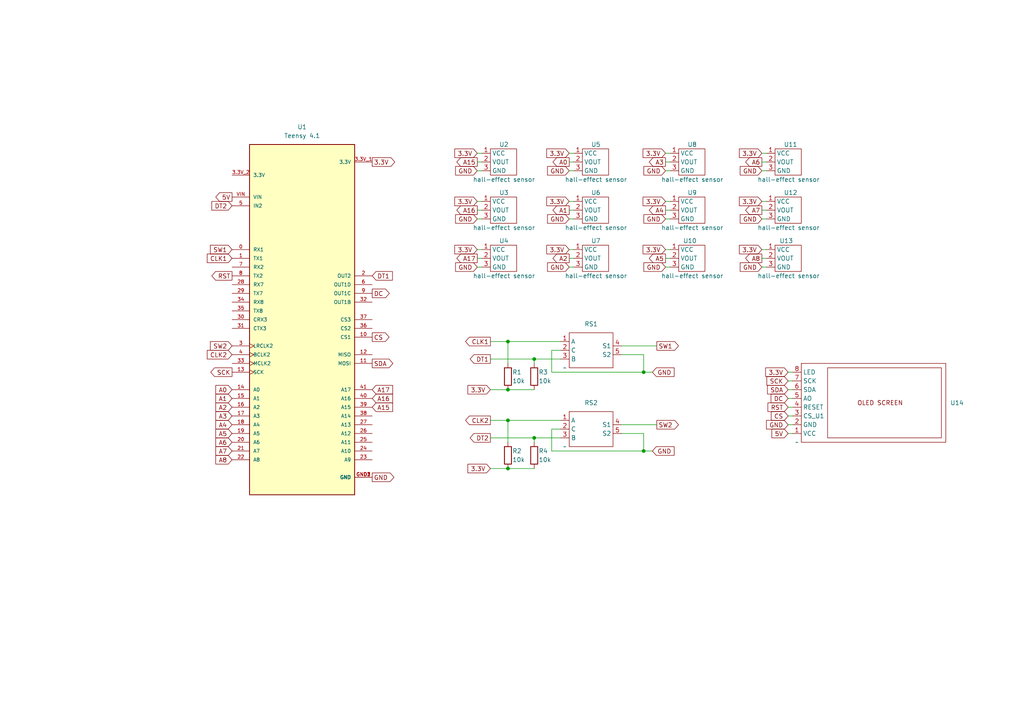
<source format=kicad_sch>
(kicad_sch (version 20230121) (generator eeschema)
  (paper "A4")
  (title_block (title "Analog Macropad") (rev "v01"))
  (lib_symbols
    (symbol "Device:R" (pin_numbers hide) (pin_names (offset 0))
      (property "Reference" "R" (at 2.032 0 90))
      (property "Value" "R" (at 0 0 90))
      (symbol "R_0_1"
        (rectangle (start -1.016 -2.54) (end 1.016 2.54) (stroke (width 0.254)))
      )
      (symbol "R_1_1"
        (pin passive line (at 0 3.81 270) (length 1.27) (name "~") (number "1"))
        (pin passive line (at 0 -3.81 90) (length 1.27) (name "~") (number "2"))
      )
    )
    (symbol "analalog-macropad:Rotary_Encoder"
      (property "Reference" "RS" (at -5.08 6.35 0))
      (symbol "Rotary_Encoder_0_1"
        (rectangle (start -6.35 5.08) (end 6.35 -5.08))
      )
      (symbol "Rotary_Encoder_1_1"
        (pin input line (at -8.89 2.54 0) (length 2.54) (name "A") (number "1"))
        (pin input line (at -8.89 0 0) (length 2.54) (name "C") (number "2"))
        (pin input line (at -8.89 -2.54 0) (length 2.54) (name "B") (number "3"))
        (pin input line (at 8.89 1.27 180) (length 2.54) (name "S1") (number "4"))
        (pin input line (at 8.89 -1.27 180) (length 2.54) (name "S2") (number "5"))
      )
    )
    (symbol "analalog-macropad:ST7735"
      (property "Reference" "U" (at -21.59 12.7 0))
      (symbol "ST7735_0_1"
        (rectangle (start -22.86 11.43) (end -22.86 11.43))
        (rectangle (start -22.86 11.43) (end 19.05 -11.43))
        (rectangle (start -15.24 10.16) (end 17.78 -10.16))
      )
      (symbol "ST7735_1_1"
        (text "OLED SCREEN" (at 0 0 0) (effects (font (size 1.27 1.27))))
        (pin input line (at -25.4 -8.89 0) (length 2.54) (name "VCC") (number "1"))
        (pin input line (at -25.4 -6.35 0) (length 2.54) (name "GND") (number "2"))
        (pin input line (at -25.4 -3.81 0) (length 2.54) (name "CS_U1") (number "3"))
        (pin input line (at -25.4 -1.27 0) (length 2.54) (name "RESET") (number "4"))
        (pin input line (at -25.4 1.27 0) (length 2.54) (name "AO") (number "5"))
        (pin input line (at -25.4 3.81 0) (length 2.54) (name "SDA") (number "6"))
        (pin input line (at -25.4 6.35 0) (length 2.54) (name "SCK") (number "7"))
        (pin input line (at -25.4 8.89 0) (length 2.54) (name "LED") (number "8"))
      )
    )
    (symbol "analalog-macropad:Teensy 4.1" (pin_names (offset 1.016))
      (property "Reference" "U" (at -15.24 52.07 0))
      (property "Value" "Teensy 4.1" (at -15.24 -53.34 0))
      (symbol "Teensy 4.1_0_0"
        (rectangle (start -15.24 50.8) (end 15.24 -50.8) (stroke (width 0.254)) (fill (type background)))
        (pin bidirectional line (at -20.32 20.32 0) (length 5.08) (name "RX1") (number "0"))
        (pin bidirectional line (at -20.32 17.78 0) (length 5.08) (name "TX1") (number "1"))
        (pin bidirectional line (at 20.32 -5.08 180) (length 5.08) (name "CS1") (number "10"))
        (pin bidirectional line (at 20.32 -12.7 180) (length 5.08) (name "MOSI") (number "11"))
        (pin bidirectional line (at 20.32 -10.16 180) (length 5.08) (name "MISO") (number "12"))
        (pin bidirectional clock (at -20.32 -15.24 0) (length 5.08) (name "SCK") (number "13"))
        (pin bidirectional line (at -20.32 -20.32 0) (length 5.08) (name "A0") (number "14"))
        (pin bidirectional line (at -20.32 -22.86 0) (length 5.08) (name "A1") (number "15"))
        (pin bidirectional line (at -20.32 -25.4 0) (length 5.08) (name "A2") (number "16"))
        (pin bidirectional line (at -20.32 -27.94 0) (length 5.08) (name "A3") (number "17"))
        (pin bidirectional line (at -20.32 -30.48 0) (length 5.08) (name "A4") (number "18"))
        (pin bidirectional line (at -20.32 -33.02 0) (length 5.08) (name "A5") (number "19"))
        (pin output line (at 20.32 12.7 180) (length 5.08) (name "OUT2") (number "2"))
        (pin bidirectional line (at -20.32 -35.56 0) (length 5.08) (name "A6") (number "20"))
        (pin bidirectional line (at -20.32 -38.1 0) (length 5.08) (name "A7") (number "21"))
        (pin bidirectional line (at -20.32 -40.64 0) (length 5.08) (name "A8") (number "22"))
        (pin bidirectional line (at 20.32 -40.64 180) (length 5.08) (name "A9") (number "23"))
        (pin bidirectional line (at 20.32 -38.1 180) (length 5.08) (name "A10") (number "24"))
        (pin bidirectional line (at 20.32 -35.56 180) (length 5.08) (name "A11") (number "25"))
        (pin bidirectional line (at 20.32 -33.02 180) (length 5.08) (name "A12") (number "26"))
        (pin bidirectional line (at 20.32 -30.48 180) (length 5.08) (name "A13") (number "27"))
        (pin bidirectional line (at -20.32 10.16 0) (length 5.08) (name "RX7") (number "28"))
        (pin bidirectional line (at -20.32 7.62 0) (length 5.08) (name "TX7") (number "29"))
        (pin bidirectional clock (at -20.32 -7.62 0) (length 5.08) (name "LRCLK2") (number "3"))
        (pin power_in line (at 20.32 45.72 180) (length 5.08) (name "3.3V") (number "3.3V_1"))
        (pin power_in line (at -20.32 41.91 0) (length 5.08) (name "3.3V") (number "3.3V_2"))
        (pin bidirectional line (at -20.32 0 0) (length 5.08) (name "CRX3") (number "30"))
        (pin bidirectional line (at -20.32 -2.54 0) (length 5.08) (name "CTX3") (number "31"))
        (pin output line (at 20.32 5.08 180) (length 5.08) (name "OUT1B") (number "32"))
        (pin bidirectional clock (at -20.32 -12.7 0) (length 5.08) (name "MCLK2") (number "33"))
        (pin bidirectional line (at -20.32 5.08 0) (length 5.08) (name "RX8") (number "34"))
        (pin bidirectional line (at -20.32 2.54 0) (length 5.08) (name "TX8") (number "35"))
        (pin bidirectional line (at 20.32 -2.54 180) (length 5.08) (name "CS2") (number "36"))
        (pin bidirectional line (at 20.32 0 180) (length 5.08) (name "CS3") (number "37"))
        (pin bidirectional line (at 20.32 -27.94 180) (length 5.08) (name "A14") (number "38"))
        (pin bidirectional line (at 20.32 -25.4 180) (length 5.08) (name "A15") (number "39"))
        (pin bidirectional clock (at -20.32 -10.16 0) (length 5.08) (name "BCLK2") (number "4"))
        (pin bidirectional line (at 20.32 -22.86 180) (length 5.08) (name "A16") (number "40"))
        (pin bidirectional line (at 20.32 -20.32 180) (length 5.08) (name "A17") (number "41"))
        (pin bidirectional line (at -20.32 33.02 0) (length 5.08) (name "IN2") (number "5"))
        (pin output line (at 20.32 10.16 180) (length 5.08) (name "OUT1D") (number "6"))
        (pin bidirectional line (at -20.32 15.24 0) (length 5.08) (name "RX2") (number "7"))
        (pin bidirectional line (at -20.32 12.7 0) (length 5.08) (name "TX2") (number "8"))
        (pin output line (at 20.32 7.62 180) (length 5.08) (name "OUT1C") (number "9"))
        (pin power_in line (at 20.32 -45.72 180) (length 5.08) (name "GND") (number "GND1"))
        (pin power_in line (at 20.32 -45.72 180) (length 5.08) (name "GND") (number "GND2"))
        (pin power_in line (at 20.32 -45.72 180) (length 5.08) (name "GND") (number "GND3"))
        (pin input line (at -20.32 35.56 0) (length 5.08) (name "VIN") (number "VIN"))
      )
    )
    (symbol "analalog-macropad:hall-effect sensor"
      (property "Reference" "U" (at -2.54 5.08 0))
      (property "Value" "hall-effect sensor" (at -5.08 -1.27 0))
      (symbol "hall-effect sensor_0_1"
        (rectangle (start -3.81 3.81) (end 3.81 -3.81))
      )
      (symbol "hall-effect sensor_1_1"
        (pin input line (at -6.35 2.54 0) (length 2.54) (name "VCC") (number "1"))
        (pin input line (at -6.35 0 0) (length 2.54) (name "VOUT") (number "2"))
        (pin input line (at -6.35 -2.54 0) (length 2.54) (name "GND") (number "3"))
      )
    )
  )
  (junction (at 147.32 113.03))
  (junction (at 154.94 104.14))
  (junction (at 186.69 130.81))
  (junction (at 147.32 121.92))
  (junction (at 186.69 107.95))
  (junction (at 147.32 99.06))
  (junction (at 154.94 127))
  (junction (at 147.32 135.89))
  (wire (pts (xy 186.69 125.73) (xy 186.69 130.81)))
  (wire (pts (xy 193.04 49.53) (xy 194.31 49.53)))
  (wire (pts (xy 193.04 77.47) (xy 194.31 77.47)))
  (wire (pts (xy 189.23 107.95) (xy 186.69 107.95)))
  (wire (pts (xy 220.98 44.45) (xy 222.25 44.45)))
  (wire (pts (xy 186.69 125.73) (xy 180.34 125.73)))
  (wire (pts (xy 220.98 60.96) (xy 222.25 60.96)))
  (wire (pts (xy 138.43 49.53) (xy 139.7 49.53)))
  (wire (pts (xy 220.98 58.42) (xy 222.25 58.42)))
  (wire (pts (xy 165.1 60.96) (xy 166.37 60.96)))
  (wire (pts (xy 138.43 72.39) (xy 139.7 72.39)))
  (wire (pts (xy 138.43 46.99) (xy 139.7 46.99)))
  (wire (pts (xy 142.24 104.14) (xy 154.94 104.14)))
  (wire (pts (xy 186.69 102.87) (xy 186.69 107.95)))
  (wire (pts (xy 165.1 44.45) (xy 166.37 44.45)))
  (wire (pts (xy 142.24 113.03) (xy 147.32 113.03)))
  (wire (pts (xy 160.02 130.81) (xy 186.69 130.81)))
  (wire (pts (xy 165.1 58.42) (xy 166.37 58.42)))
  (wire (pts (xy 154.94 104.14) (xy 154.94 105.41)))
  (wire (pts (xy 186.69 102.87) (xy 180.34 102.87)))
  (wire (pts (xy 138.43 44.45) (xy 139.7 44.45)))
  (wire (pts (xy 193.04 74.93) (xy 194.31 74.93)))
  (wire (pts (xy 160.02 130.81) (xy 160.02 124.46)))
  (wire (pts (xy 220.98 46.99) (xy 222.25 46.99)))
  (wire (pts (xy 228.6 125.73) (xy 229.87 125.73)))
  (wire (pts (xy 165.1 72.39) (xy 166.37 72.39)))
  (wire (pts (xy 160.02 107.95) (xy 160.02 101.6)))
  (wire (pts (xy 147.32 105.41) (xy 147.32 99.06)))
  (wire (pts (xy 147.32 128.27) (xy 147.32 121.92)))
  (wire (pts (xy 138.43 77.47) (xy 139.7 77.47)))
  (wire (pts (xy 147.32 135.89) (xy 154.94 135.89)))
  (wire (pts (xy 193.04 72.39) (xy 194.31 72.39)))
  (wire (pts (xy 138.43 74.93) (xy 139.7 74.93)))
  (wire (pts (xy 228.6 107.95) (xy 229.87 107.95)))
  (wire (pts (xy 220.98 77.47) (xy 222.25 77.47)))
  (wire (pts (xy 142.24 135.89) (xy 147.32 135.89)))
  (wire (pts (xy 160.02 101.6) (xy 162.56 101.6)))
  (wire (pts (xy 228.6 123.19) (xy 229.87 123.19)))
  (wire (pts (xy 189.23 130.81) (xy 186.69 130.81)))
  (wire (pts (xy 193.04 58.42) (xy 194.31 58.42)))
  (wire (pts (xy 228.6 113.03) (xy 229.87 113.03)))
  (wire (pts (xy 142.24 127) (xy 154.94 127)))
  (wire (pts (xy 165.1 63.5) (xy 166.37 63.5)))
  (wire (pts (xy 165.1 77.47) (xy 166.37 77.47)))
  (wire (pts (xy 193.04 44.45) (xy 194.31 44.45)))
  (wire (pts (xy 193.04 46.99) (xy 194.31 46.99)))
  (wire (pts (xy 138.43 60.96) (xy 139.7 60.96)))
  (wire (pts (xy 138.43 63.5) (xy 139.7 63.5)))
  (wire (pts (xy 220.98 49.53) (xy 222.25 49.53)))
  (wire (pts (xy 165.1 46.99) (xy 166.37 46.99)))
  (wire (pts (xy 220.98 72.39) (xy 222.25 72.39)))
  (wire (pts (xy 160.02 107.95) (xy 186.69 107.95)))
  (wire (pts (xy 220.98 63.5) (xy 222.25 63.5)))
  (wire (pts (xy 154.94 127) (xy 154.94 128.27)))
  (wire (pts (xy 180.34 123.19) (xy 190.5 123.19)))
  (wire (pts (xy 228.6 120.65) (xy 229.87 120.65)))
  (wire (pts (xy 180.34 100.33) (xy 190.5 100.33)))
  (wire (pts (xy 160.02 124.46) (xy 162.56 124.46)))
  (wire (pts (xy 165.1 74.93) (xy 166.37 74.93)))
  (wire (pts (xy 147.32 99.06) (xy 142.24 99.06)))
  (wire (pts (xy 193.04 63.5) (xy 194.31 63.5)))
  (wire (pts (xy 228.6 115.57) (xy 229.87 115.57)))
  (wire (pts (xy 154.94 127) (xy 162.56 127)))
  (wire (pts (xy 228.6 110.49) (xy 229.87 110.49)))
  (wire (pts (xy 147.32 121.92) (xy 162.56 121.92)))
  (wire (pts (xy 165.1 49.53) (xy 166.37 49.53)))
  (wire (pts (xy 147.32 113.03) (xy 154.94 113.03)))
  (wire (pts (xy 220.98 74.93) (xy 222.25 74.93)))
  (wire (pts (xy 154.94 104.14) (xy 162.56 104.14)))
  (wire (pts (xy 193.04 60.96) (xy 194.31 60.96)))
  (wire (pts (xy 147.32 99.06) (xy 162.56 99.06)))
  (wire (pts (xy 138.43 58.42) (xy 139.7 58.42)))
  (wire (pts (xy 147.32 121.92) (xy 142.24 121.92)))
  (wire (pts (xy 228.6 118.11) (xy 229.87 118.11)))
  (global_label "GND" (shape input) (at 193.04 77.47 180) (property "Intersheetrefs" "${INTERSHEET_REFS}" (effects hide)))
  (global_label "GND" (shape input) (at 193.04 49.53 180) (property "Intersheetrefs" "${INTERSHEET_REFS}" (effects hide)))
  (global_label "CLK1" (shape output) (at 142.24 99.06 180) (property "Intersheetrefs" "${INTERSHEET_REFS}" (effects hide)))
  (global_label "3.3V" (shape input) (at 165.1 44.45 180) (property "Intersheetrefs" "${INTERSHEET_REFS}" (effects hide)))
  (global_label "A5" (shape output) (at 193.04 74.93 180) (property "Intersheetrefs" "${INTERSHEET_REFS}" (effects hide)))
  (global_label "GND" (shape input) (at 138.43 49.53 180) (property "Intersheetrefs" "${INTERSHEET_REFS}" (effects hide)))
  (global_label "GND" (shape input) (at 189.23 130.81 0) (property "Intersheetrefs" "${INTERSHEET_REFS}" (effects hide)))
  (global_label "A6" (shape output) (at 220.98 46.99 180) (property "Intersheetrefs" "${INTERSHEET_REFS}" (effects hide)))
  (global_label "3.3V" (shape input) (at 138.43 58.42 180) (property "Intersheetrefs" "${INTERSHEET_REFS}" (effects hide)))
  (global_label "GND" (shape input) (at 220.98 77.47 180) (property "Intersheetrefs" "${INTERSHEET_REFS}" (effects hide)))
  (global_label "GND" (shape input) (at 165.1 63.5 180) (property "Intersheetrefs" "${INTERSHEET_REFS}" (effects hide)))
  (global_label "CLK1" (shape input) (at 67.31 74.93 180) (property "Intersheetrefs" "${INTERSHEET_REFS}" (effects hide)))
  (global_label "CS" (shape input) (at 228.6 120.65 180) (property "Intersheetrefs" "${INTERSHEET_REFS}" (effects hide)))
  (global_label "A17" (shape input) (at 107.95 113.03 0) (property "Intersheetrefs" "${INTERSHEET_REFS}" (effects hide)))
  (global_label "CS" (shape output) (at 107.95 97.79 0) (property "Intersheetrefs" "${INTERSHEET_REFS}" (effects hide)))
  (global_label "3.3V" (shape input) (at 220.98 72.39 180) (property "Intersheetrefs" "${INTERSHEET_REFS}" (effects hide)))
  (global_label "A16" (shape output) (at 138.43 60.96 180) (property "Intersheetrefs" "${INTERSHEET_REFS}" (effects hide)))
  (global_label "DT2" (shape output) (at 142.24 127 180) (property "Intersheetrefs" "${INTERSHEET_REFS}" (effects hide)))
  (global_label "A5" (shape input) (at 67.31 125.73 180) (property "Intersheetrefs" "${INTERSHEET_REFS}" (effects hide)))
  (global_label "CLK2" (shape input) (at 67.31 102.87 180) (property "Intersheetrefs" "${INTERSHEET_REFS}" (effects hide)))
  (global_label "A8" (shape input) (at 67.31 133.35 180) (property "Intersheetrefs" "${INTERSHEET_REFS}" (effects hide)))
  (global_label "A15" (shape input) (at 107.95 118.11 0) (property "Intersheetrefs" "${INTERSHEET_REFS}" (effects hide)))
  (global_label "RST" (shape output) (at 67.31 80.01 180) (property "Intersheetrefs" "${INTERSHEET_REFS}" (effects hide)))
  (global_label "3.3V" (shape output) (at 107.95 46.99 0) (property "Intersheetrefs" "${INTERSHEET_REFS}" (effects hide)))
  (global_label "A1" (shape output) (at 165.1 60.96 180) (property "Intersheetrefs" "${INTERSHEET_REFS}" (effects hide)))
  (global_label "CLK2" (shape output) (at 142.24 121.92 180) (property "Intersheetrefs" "${INTERSHEET_REFS}" (effects hide)))
  (global_label "3.3V" (shape input) (at 165.1 58.42 180) (property "Intersheetrefs" "${INTERSHEET_REFS}" (effects hide)))
  (global_label "A1" (shape input) (at 67.31 115.57 180) (property "Intersheetrefs" "${INTERSHEET_REFS}" (effects hide)))
  (global_label "SW1" (shape input) (at 67.31 72.39 180) (property "Intersheetrefs" "${INTERSHEET_REFS}" (effects hide)))
  (global_label "GND" (shape input) (at 138.43 77.47 180) (property "Intersheetrefs" "${INTERSHEET_REFS}" (effects hide)))
  (global_label "A15" (shape output) (at 138.43 46.99 180) (property "Intersheetrefs" "${INTERSHEET_REFS}" (effects hide)))
  (global_label "A4" (shape output) (at 193.04 60.96 180) (property "Intersheetrefs" "${INTERSHEET_REFS}" (effects hide)))
  (global_label "A16" (shape input) (at 107.95 115.57 0) (property "Intersheetrefs" "${INTERSHEET_REFS}" (effects hide)))
  (global_label "GND" (shape input) (at 165.1 49.53 180) (property "Intersheetrefs" "${INTERSHEET_REFS}" (effects hide)))
  (global_label "SDA" (shape output) (at 107.95 105.41 0) (property "Intersheetrefs" "${INTERSHEET_REFS}" (effects hide)))
  (global_label "GND" (shape output) (at 107.95 138.43 0) (property "Intersheetrefs" "${INTERSHEET_REFS}" (effects hide)))
  (global_label "3.3V" (shape input) (at 220.98 58.42 180) (property "Intersheetrefs" "${INTERSHEET_REFS}" (effects hide)))
  (global_label "SW2" (shape output) (at 190.5 123.19 0) (property "Intersheetrefs" "${INTERSHEET_REFS}" (effects hide)))
  (global_label "DC" (shape output) (at 107.95 85.09 0) (property "Intersheetrefs" "${INTERSHEET_REFS}" (effects hide)))
  (global_label "SW2" (shape input) (at 67.31 100.33 180) (property "Intersheetrefs" "${INTERSHEET_REFS}" (effects hide)))
  (global_label "SDA" (shape input) (at 228.6 113.03 180) (property "Intersheetrefs" "${INTERSHEET_REFS}" (effects hide)))
  (global_label "A0" (shape input) (at 67.31 113.03 180) (property "Intersheetrefs" "${INTERSHEET_REFS}" (effects hide)))
  (global_label "A2" (shape input) (at 67.31 118.11 180) (property "Intersheetrefs" "${INTERSHEET_REFS}" (effects hide)))
  (global_label "3.3V" (shape input) (at 193.04 58.42 180) (property "Intersheetrefs" "${INTERSHEET_REFS}" (effects hide)))
  (global_label "SCK" (shape output) (at 67.31 107.95 180) (property "Intersheetrefs" "${INTERSHEET_REFS}" (effects hide)))
  (global_label "A6" (shape input) (at 67.31 128.27 180) (property "Intersheetrefs" "${INTERSHEET_REFS}" (effects hide)))
  (global_label "A17" (shape output) (at 138.43 74.93 180) (property "Intersheetrefs" "${INTERSHEET_REFS}" (effects hide)))
  (global_label "3.3V" (shape input) (at 193.04 44.45 180) (property "Intersheetrefs" "${INTERSHEET_REFS}" (effects hide)))
  (global_label "A0" (shape output) (at 165.1 46.99 180) (property "Intersheetrefs" "${INTERSHEET_REFS}" (effects hide)))
  (global_label "A7" (shape input) (at 67.31 130.81 180) (property "Intersheetrefs" "${INTERSHEET_REFS}" (effects hide)))
  (global_label "A4" (shape input) (at 67.31 123.19 180) (property "Intersheetrefs" "${INTERSHEET_REFS}" (effects hide)))
  (global_label "GND" (shape input) (at 228.6 123.19 180) (property "Intersheetrefs" "${INTERSHEET_REFS}" (effects hide)))
  (global_label "A2" (shape output) (at 165.1 74.93 180) (property "Intersheetrefs" "${INTERSHEET_REFS}" (effects hide)))
  (global_label "A3" (shape output) (at 193.04 46.99 180) (property "Intersheetrefs" "${INTERSHEET_REFS}" (effects hide)))
  (global_label "5V" (shape output) (at 67.31 57.15 180) (property "Intersheetrefs" "${INTERSHEET_REFS}" (effects hide)))
  (global_label "SW1" (shape output) (at 190.5 100.33 0) (property "Intersheetrefs" "${INTERSHEET_REFS}" (effects hide)))
  (global_label "3.3V" (shape input) (at 142.24 113.03 180) (property "Intersheetrefs" "${INTERSHEET_REFS}" (effects hide)))
  (global_label "DT1" (shape output) (at 142.24 104.14 180) (property "Intersheetrefs" "${INTERSHEET_REFS}" (effects hide)))
  (global_label "3.3V" (shape input) (at 138.43 72.39 180) (property "Intersheetrefs" "${INTERSHEET_REFS}" (effects hide)))
  (global_label "A8" (shape output) (at 220.98 74.93 180) (property "Intersheetrefs" "${INTERSHEET_REFS}" (effects hide)))
  (global_label "3.3V" (shape input) (at 165.1 72.39 180) (property "Intersheetrefs" "${INTERSHEET_REFS}" (effects hide)))
  (global_label "DT1" (shape input) (at 107.95 80.01 0) (property "Intersheetrefs" "${INTERSHEET_REFS}" (effects hide)))
  (global_label "A7" (shape output) (at 220.98 60.96 180) (property "Intersheetrefs" "${INTERSHEET_REFS}" (effects hide)))
  (global_label "GND" (shape input) (at 138.43 63.5 180) (property "Intersheetrefs" "${INTERSHEET_REFS}" (effects hide)))
  (global_label "GND" (shape input) (at 189.23 107.95 0) (property "Intersheetrefs" "${INTERSHEET_REFS}" (effects hide)))
  (global_label "5V" (shape input) (at 228.6 125.73 180) (property "Intersheetrefs" "${INTERSHEET_REFS}" (effects hide)))
  (global_label "DC" (shape input) (at 228.6 115.57 180) (property "Intersheetrefs" "${INTERSHEET_REFS}" (effects hide)))
  (global_label "A3" (shape input) (at 67.31 120.65 180) (property "Intersheetrefs" "${INTERSHEET_REFS}" (effects hide)))
  (global_label "3.3V" (shape input) (at 138.43 44.45 180) (property "Intersheetrefs" "${INTERSHEET_REFS}" (effects hide)))
  (global_label "3.3V" (shape input) (at 220.98 44.45 180) (property "Intersheetrefs" "${INTERSHEET_REFS}" (effects hide)))
  (global_label "SCK" (shape input) (at 228.6 110.49 180) (property "Intersheetrefs" "${INTERSHEET_REFS}" (effects hide)))
  (global_label "3.3V" (shape input) (at 142.24 135.89 180) (property "Intersheetrefs" "${INTERSHEET_REFS}" (effects hide)))
  (global_label "DT2" (shape input) (at 67.31 59.69 180) (property "Intersheetrefs" "${INTERSHEET_REFS}" (effects hide)))
  (global_label "GND" (shape input) (at 165.1 77.47 180) (property "Intersheetrefs" "${INTERSHEET_REFS}" (effects hide)))
  (global_label "3.3V" (shape input) (at 193.04 72.39 180) (property "Intersheetrefs" "${INTERSHEET_REFS}" (effects hide)))
  (global_label "GND" (shape input) (at 220.98 49.53 180) (property "Intersheetrefs" "${INTERSHEET_REFS}" (effects hide)))
  (global_label "3.3V" (shape input) (at 228.6 107.95 180) (property "Intersheetrefs" "${INTERSHEET_REFS}" (effects hide)))
  (global_label "GND" (shape input) (at 193.04 63.5 180) (property "Intersheetrefs" "${INTERSHEET_REFS}" (effects hide)))
  (global_label "GND" (shape input) (at 220.98 63.5 180) (property "Intersheetrefs" "${INTERSHEET_REFS}" (effects hide)))
  (global_label "RST" (shape input) (at 228.6 118.11 180) (property "Intersheetrefs" "${INTERSHEET_REFS}" (effects hide)))
  (symbol (lib_id "analalog-macropad:hall-effect sensor") (at 146.05 74.93 0) (unit 1)
    (property "Reference" "U4" (at 144.78 69.85 0) (effects (justify left)))
    (property "Value" "hall-effect sensor" (at 137.16 80.01 0) (effects (justify left)))
    (property "Footprint" "analog-macropad:hall sensor" (effects hide))
  )
  (symbol (lib_id "analalog-macropad:hall-effect sensor") (at 172.72 74.93 0) (unit 1)
    (property "Reference" "U7" (at 171.45 69.85 0) (effects (justify left)))
    (property "Value" "hall-effect sensor" (at 163.83 80.01 0) (effects (justify left)))
    (property "Footprint" "analog-macropad:hall sensor" (effects hide))
  )
  (symbol (lib_id "analalog-macropad:hall-effect sensor") (at 146.05 60.96 0) (unit 1)
    (property "Reference" "U3" (at 144.78 55.88 0) (effects (justify left)))
    (property "Value" "hall-effect sensor" (at 137.16 66.04 0) (effects (justify left)))
    (property "Footprint" "analog-macropad:hall sensor" (effects hide))
  )
  (symbol (lib_id "Device:R") (at 147.32 109.22 0) (unit 1)
    (property "Reference" "R1" (at 148.59 107.95 0) (effects (justify left)))
    (property "Value" "10k" (at 148.59 110.49 0) (effects (justify left)))
    (property "Footprint" "Resistor_THT:R_Axial_DIN0207_L6.3mm_D2.5mm_P7.62mm_Horizontal" (effects hide))
  )
  (symbol (lib_id "Device:R") (at 154.94 109.22 0) (unit 1)
    (property "Reference" "R3" (at 156.21 107.95 0) (effects (justify left)))
    (property "Value" "10k" (at 156.21 110.49 0) (effects (justify left)))
    (property "Footprint" "Resistor_THT:R_Axial_DIN0207_L6.3mm_D2.5mm_P7.62mm_Horizontal" (effects hide))
  )
  (symbol (lib_id "analalog-macropad:hall-effect sensor") (at 146.05 46.99 0) (unit 1)
    (property "Reference" "U2" (at 144.78 41.91 0) (effects (justify left)))
    (property "Value" "hall-effect sensor" (at 137.16 52.07 0) (effects (justify left)))
    (property "Footprint" "analog-macropad:hall sensor" (effects hide))
  )
  (symbol (lib_id "analalog-macropad:Rotary_Encoder") (at 171.45 101.6 0) (unit 1)
    (property "Reference" "RS1" (at 171.45 93.98 0))
    (property "Value" "~" (at 163.83 106.68 0))
    (property "Footprint" "analog-macropad:rotary encoder" (effects hide))
  )
  (symbol (lib_id "analalog-macropad:hall-effect sensor") (at 200.66 74.93 0) (unit 1)
    (property "Reference" "U10" (at 198.12 69.85 0) (effects (justify left)))
    (property "Value" "hall-effect sensor" (at 191.77 80.01 0) (effects (justify left)))
    (property "Footprint" "analog-macropad:hall sensor" (effects hide))
  )
  (symbol (lib_id "analalog-macropad:hall-effect sensor") (at 172.72 46.99 0) (unit 1)
    (property "Reference" "U5" (at 171.45 41.91 0) (effects (justify left)))
    (property "Value" "hall-effect sensor" (at 163.83 52.07 0) (effects (justify left)))
    (property "Footprint" "analog-macropad:hall sensor" (effects hide))
  )
  (symbol (lib_id "analalog-macropad:hall-effect sensor") (at 228.6 60.96 0) (unit 1)
    (property "Reference" "U12" (at 227.33 55.88 0) (effects (justify left)))
    (property "Value" "hall-effect sensor" (at 219.71 66.04 0) (effects (justify left)))
    (property "Footprint" "analog-macropad:hall sensor" (effects hide))
  )
  (symbol (lib_id "analalog-macropad:hall-effect sensor") (at 200.66 46.99 0) (unit 1)
    (property "Reference" "U8" (at 199.39 41.91 0) (effects (justify left)))
    (property "Value" "hall-effect sensor" (at 191.77 52.07 0) (effects (justify left)))
    (property "Footprint" "analog-macropad:hall sensor" (effects hide))
  )
  (symbol (lib_id "analalog-macropad:ST7735") (at 255.27 116.84 0) (unit 1)
    (property "Reference" "U14" (at 275.59 116.84 0) (effects (justify left)))
    (property "Value" "~" (at 231.14 128.27 0))
    (property "Footprint" "analog-macropad:ST7735" (effects hide))
  )
  (symbol (lib_id "analalog-macropad:hall-effect sensor") (at 228.6 46.99 0) (unit 1)
    (property "Reference" "U11" (at 227.33 41.91 0) (effects (justify left)))
    (property "Value" "hall-effect sensor" (at 219.71 52.07 0) (effects (justify left)))
    (property "Footprint" "analog-macropad:hall sensor" (effects hide))
  )
  (symbol (lib_id "analalog-macropad:Teensy 4.1") (at 87.63 92.71 0) (unit 1)
    (property "Reference" "U1" (at 87.63 36.83 0))
    (property "Value" "Teensy 4.1" (at 87.63 39.37 0))
    (property "Footprint" "DEV-16771:MODULE_DEV-16771" (effects hide))
    (property "DigiKey_Part_Number" "1568-DEV-16771-ND" (effects hide))
    (property "MF" "SparkFun Electronics" (effects hide))
    (property "MAXIMUM_PACKAGE_HEIGHT" "4.07mm" (effects hide))
    (property "Package" "None" (effects hide))
    (property "Check_prices" "https://www.snapeda.com/parts/DEV-16771/SparkFun+Electronics/view-part/?ref=eda" (effects hide))
    (property "STANDARD" "Manufacturer recommendations" (effects hide))
    (property "PARTREV" "4.1" (effects hide))
    (property "SnapEDA_Link" "https://www.snapeda.com/parts/DEV-16771/SparkFun+Electronics/view-part/?ref=snap" (effects hide))
    (property "MP" "DEV-16771" (effects hide))
    (property "Purchase-URL" "https://www.snapeda.com/api/url_track_click_mouser/?unipart_id=4833875&manufacturer=SparkFun Electronics&part_name=DEV-16771&search_term=teensy 4.1" (effects hide))
    (property "Description" "\nRT1062 Teensy 4.1 series ARM® Cortex®-M7 MPU Embedded Evaluation Board\n" (effects hide))
    (property "MANUFACTURER" "SparkFun Electronics" (effects hide))
  )
  (symbol (lib_id "analalog-macropad:Rotary_Encoder") (at 171.45 124.46 0) (unit 1)
    (property "Reference" "RS2" (at 171.45 116.84 0))
    (property "Value" "~" (at 163.83 129.54 0))
    (property "Footprint" "analog-macropad:rotary encoder" (effects hide))
  )
  (symbol (lib_id "analalog-macropad:hall-effect sensor") (at 172.72 60.96 0) (unit 1)
    (property "Reference" "U6" (at 171.45 55.88 0) (effects (justify left)))
    (property "Value" "hall-effect sensor" (at 163.83 66.04 0) (effects (justify left)))
    (property "Footprint" "analog-macropad:hall sensor" (effects hide))
  )
  (symbol (lib_id "analalog-macropad:hall-effect sensor") (at 228.6 74.93 0) (unit 1)
    (property "Reference" "U13" (at 226.06 69.85 0) (effects (justify left)))
    (property "Value" "hall-effect sensor" (at 219.71 80.01 0) (effects (justify left)))
    (property "Footprint" "analog-macropad:hall sensor" (effects hide))
  )
  (symbol (lib_id "Device:R") (at 154.94 132.08 0) (unit 1)
    (property "Reference" "R4" (at 156.21 130.81 0) (effects (justify left)))
    (property "Value" "10k" (at 156.21 133.35 0) (effects (justify left)))
    (property "Footprint" "Resistor_THT:R_Axial_DIN0207_L6.3mm_D2.5mm_P7.62mm_Horizontal" (effects hide))
  )
  (symbol (lib_id "analalog-macropad:hall-effect sensor") (at 200.66 60.96 0) (unit 1)
    (property "Reference" "U9" (at 199.39 55.88 0) (effects (justify left)))
    (property "Value" "hall-effect sensor" (at 191.77 66.04 0) (effects (justify left)))
    (property "Footprint" "analog-macropad:hall sensor" (effects hide))
  )
  (symbol (lib_id "Device:R") (at 147.32 132.08 0) (unit 1)
    (property "Reference" "R2" (at 148.59 130.81 0) (effects (justify left)))
    (property "Value" "10k" (at 148.59 133.35 0) (effects (justify left)))
    (property "Footprint" "Resistor_THT:R_Axial_DIN0207_L6.3mm_D2.5mm_P7.62mm_Horizontal" (effects hide))
  )
)
</source>
